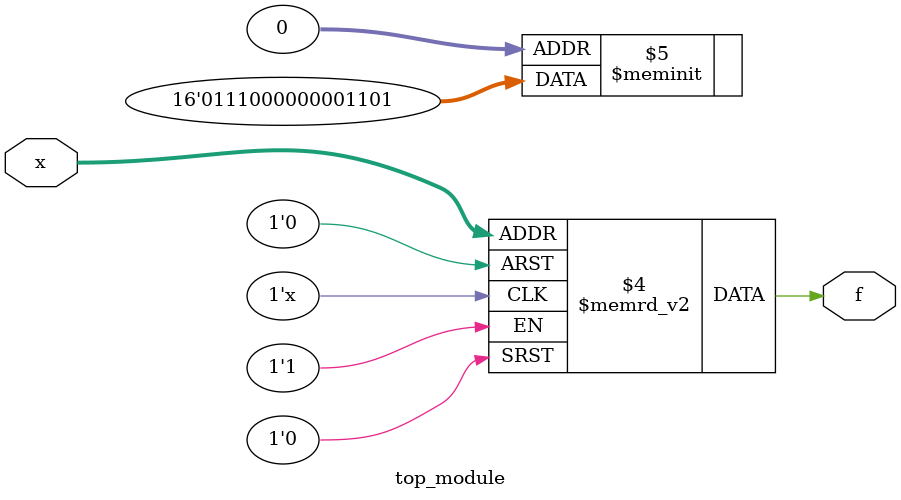
<source format=sv>
module top_module (
	input [4:1] x,
	output logic f
);

// Define the truth table for the function f
always_comb
begin
	case (x)
		4'b0000: f = 1'b1;
		4'b0001: f = 1'b0;
		4'b0011: f = 1'b1;
		4'b0010: f = 1'b1;
		4'b0100: f = 1'b0;
		4'b0101: f = 1'b0;
		4'b0111: f = 1'b0;
		4'b0110: f = 1'b0;
		4'b1100: f = 1'b1;
		4'b1101: f = 1'b1;
		4'b1111: f = 1'b0;
		4'b1110: f = 1'b1;
		default: f = 1'b0;
	endcase
end

endmodule

</source>
